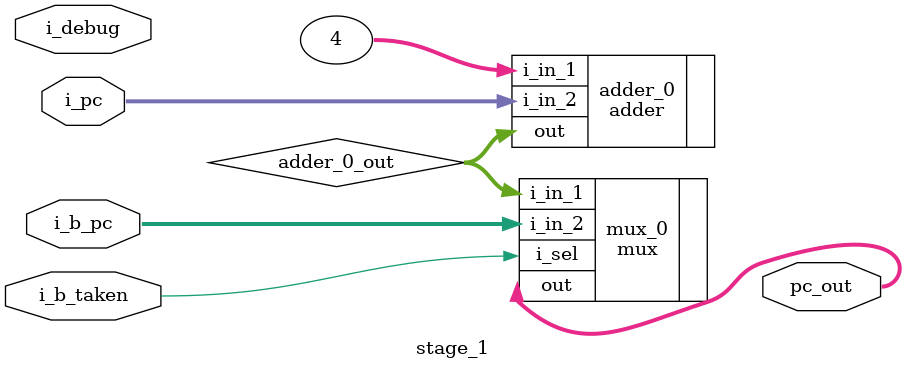
<source format=v>
`ifndef STAGE_1             
`define STAGE_1
`include "constants.vh"
`include "components/mux.v"
`include "components/adder.v"
`include "memory/pc.v"
`endif

module stage_1(input i_debug,
               input i_b_taken,
               input[31:0] i_pc,
               input[31:0] i_b_pc,
			   output[31:0] pc_out);

	wire[31:0] adder_0_out;
	wire[31:0] pc_0_out;

	adder adder_0(.i_in_1(32'b100),
		          .i_in_2(i_pc),
	              .out(adder_0_out));

	mux mux_0(.i_in_1(adder_0_out),
			  .i_in_2(i_b_pc),
			  .i_sel(i_b_taken),
              .out(pc_out));
              
    always@(posedge i_debug) begin
        $display("---begin fetch---");
		$display("i_b_taken = %0h", i_b_taken);
		$display("i_pc = %0h", i_pc);
        $display("pc_out = %0h", pc_out);
		$display("---end fetch---");
    end
                       
endmodule

</source>
